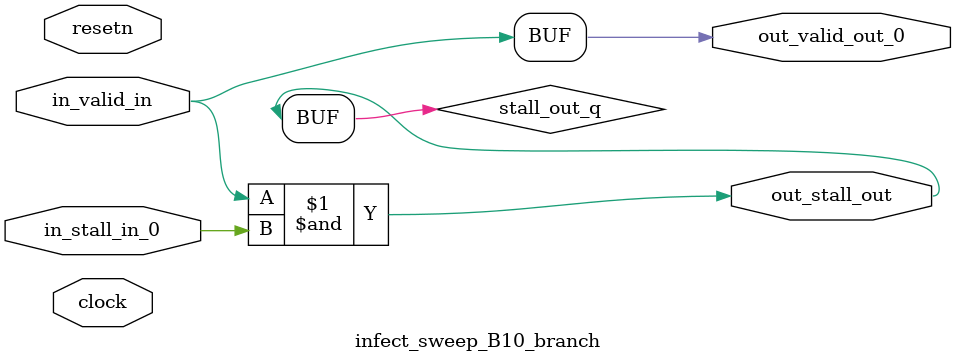
<source format=sv>



(* altera_attribute = "-name AUTO_SHIFT_REGISTER_RECOGNITION OFF; -name MESSAGE_DISABLE 10036; -name MESSAGE_DISABLE 10037; -name MESSAGE_DISABLE 14130; -name MESSAGE_DISABLE 14320; -name MESSAGE_DISABLE 15400; -name MESSAGE_DISABLE 14130; -name MESSAGE_DISABLE 10036; -name MESSAGE_DISABLE 12020; -name MESSAGE_DISABLE 12030; -name MESSAGE_DISABLE 12010; -name MESSAGE_DISABLE 12110; -name MESSAGE_DISABLE 14320; -name MESSAGE_DISABLE 13410; -name MESSAGE_DISABLE 113007; -name MESSAGE_DISABLE 10958" *)
module infect_sweep_B10_branch (
    input wire [0:0] in_stall_in_0,
    input wire [0:0] in_valid_in,
    output wire [0:0] out_stall_out,
    output wire [0:0] out_valid_out_0,
    input wire clock,
    input wire resetn
    );

    wire [0:0] stall_out_q;


    // stall_out(LOGICAL,6)
    assign stall_out_q = in_valid_in & in_stall_in_0;

    // out_stall_out(GPOUT,4)
    assign out_stall_out = stall_out_q;

    // out_valid_out_0(GPOUT,5)
    assign out_valid_out_0 = in_valid_in;

endmodule

</source>
